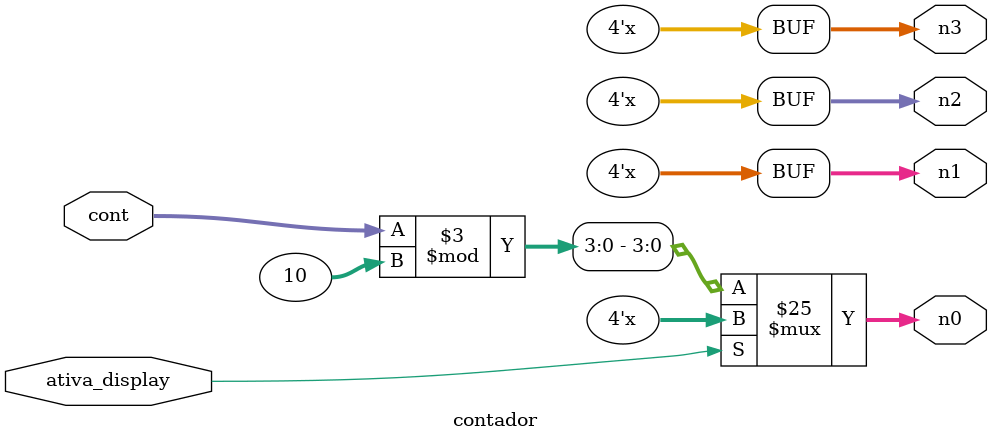
<source format=v>
module contador(cont, n0, n1, n2, n3, ativa_display);
  input [13:0] cont;
  input ativa_display;
  output reg [3:0] n0, n1, n2, n3;
  always @ (cont) begin
    if(~ativa_display)begin
      n0 <= cont%10;
      n1 <= (cont%100 - n0)/10;
      n2 <= ((cont-(n1*10 + n0))/100)%10;
      n3 <= ((cont-(n2*100 + n1*10 + n0))/1000)%10;
    end
  end
endmodule
</source>
